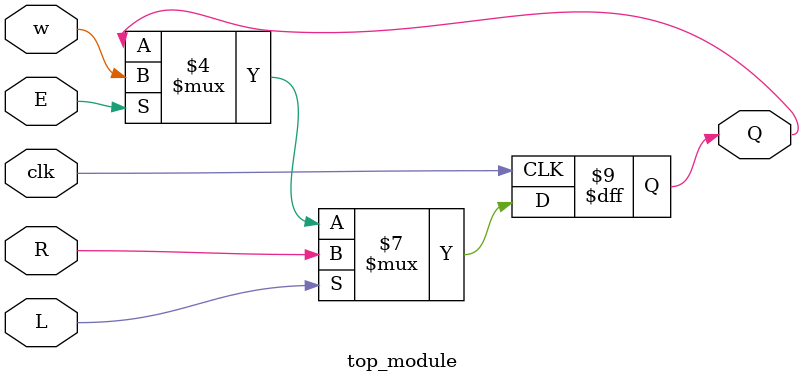
<source format=sv>
module top_module (
	input clk,
	input w,
	input R,
	input E,
	input L,
	output reg Q
);

always @(posedge clk) begin
    if (L == 1'b1)
        Q <= R;
    else if (E == 1'b1)
        Q <= w;
end

endmodule

</source>
